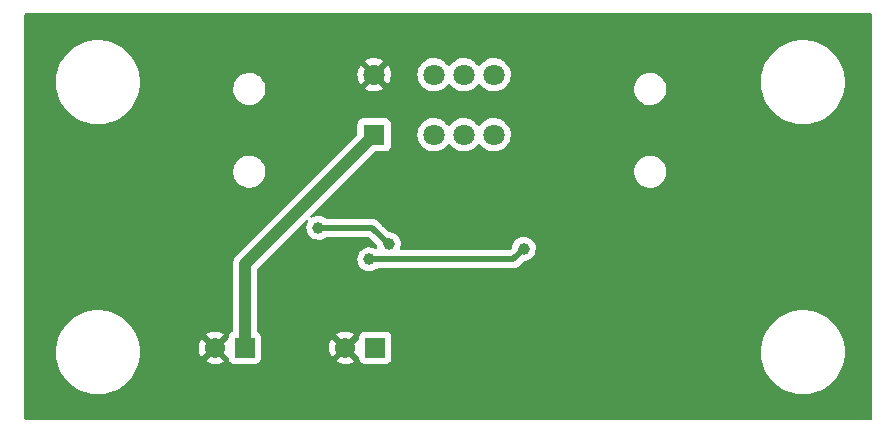
<source format=gbl>
G04 #@! TF.GenerationSoftware,KiCad,Pcbnew,6.0.4-6f826c9f35~116~ubuntu20.04.1*
G04 #@! TF.CreationDate,2022-04-06T08:04:33-04:00*
G04 #@! TF.ProjectId,audiomute,61756469-6f6d-4757-9465-2e6b69636164,rev?*
G04 #@! TF.SameCoordinates,Original*
G04 #@! TF.FileFunction,Copper,L2,Bot*
G04 #@! TF.FilePolarity,Positive*
%FSLAX46Y46*%
G04 Gerber Fmt 4.6, Leading zero omitted, Abs format (unit mm)*
G04 Created by KiCad (PCBNEW 6.0.4-6f826c9f35~116~ubuntu20.04.1) date 2022-04-06 08:04:33*
%MOMM*%
%LPD*%
G01*
G04 APERTURE LIST*
G04 #@! TA.AperFunction,ComponentPad*
%ADD10R,1.714500X1.714500*%
G04 #@! TD*
G04 #@! TA.AperFunction,ComponentPad*
%ADD11C,1.714500*%
G04 #@! TD*
G04 #@! TA.AperFunction,ComponentPad*
%ADD12R,1.800000X1.800000*%
G04 #@! TD*
G04 #@! TA.AperFunction,ComponentPad*
%ADD13C,1.800000*%
G04 #@! TD*
G04 #@! TA.AperFunction,ViaPad*
%ADD14C,1.000000*%
G04 #@! TD*
G04 #@! TA.AperFunction,Conductor*
%ADD15C,1.000000*%
G04 #@! TD*
G04 #@! TA.AperFunction,Conductor*
%ADD16C,0.500000*%
G04 #@! TD*
G04 APERTURE END LIST*
D10*
X100965000Y-101219000D03*
D11*
X98425000Y-101219000D03*
D12*
X100865000Y-83185000D03*
D13*
X105945000Y-83185000D03*
X108485000Y-83185000D03*
X111025000Y-83185000D03*
X111025000Y-78105000D03*
X108485000Y-78105000D03*
X105945000Y-78105000D03*
X100865000Y-78105000D03*
D10*
X89911000Y-101219000D03*
D11*
X87371000Y-101219000D03*
D14*
X101854000Y-90551000D03*
X107188000Y-74168000D03*
X119761000Y-75311000D03*
X114554000Y-85471000D03*
X112776000Y-80518000D03*
X120396000Y-105664000D03*
X73406000Y-89662000D03*
X114427000Y-95504000D03*
X82423000Y-82677000D03*
X121539000Y-91567000D03*
X131064000Y-78740000D03*
X85725000Y-75565000D03*
X131445000Y-97409000D03*
X140081000Y-88900000D03*
X96139000Y-91059000D03*
X102108000Y-92456000D03*
X100457000Y-93726000D03*
X113538000Y-92837000D03*
D15*
X89911000Y-101219000D02*
X89911000Y-94139000D01*
X89911000Y-94139000D02*
X90183500Y-93866500D01*
X90183500Y-93866500D02*
X100865000Y-83185000D01*
D16*
X100711000Y-91059000D02*
X102108000Y-92456000D01*
X96139000Y-91059000D02*
X100711000Y-91059000D01*
X112649000Y-93726000D02*
X113538000Y-92837000D01*
X100457000Y-93726000D02*
X112649000Y-93726000D01*
G04 #@! TA.AperFunction,Conductor*
G36*
X142943621Y-72918502D02*
G01*
X142990114Y-72972158D01*
X143001500Y-73024500D01*
X143001500Y-107188500D01*
X142981498Y-107256621D01*
X142927842Y-107303114D01*
X142875500Y-107314500D01*
X71373500Y-107314500D01*
X71305379Y-107294498D01*
X71258886Y-107240842D01*
X71247500Y-107188500D01*
X71247500Y-101600000D01*
X73908619Y-101600000D01*
X73928129Y-101972266D01*
X73928642Y-101975506D01*
X73928643Y-101975514D01*
X73945542Y-102082206D01*
X73986444Y-102340453D01*
X74082925Y-102700527D01*
X74216517Y-103048544D01*
X74218009Y-103051472D01*
X74218012Y-103051479D01*
X74364210Y-103338407D01*
X74385754Y-103380690D01*
X74588782Y-103693327D01*
X74823378Y-103983029D01*
X75086971Y-104246622D01*
X75376673Y-104481218D01*
X75689309Y-104684246D01*
X75692243Y-104685741D01*
X75692250Y-104685745D01*
X76018521Y-104851988D01*
X76018528Y-104851991D01*
X76021456Y-104853483D01*
X76024528Y-104854662D01*
X76024532Y-104854664D01*
X76150679Y-104903087D01*
X76369473Y-104987075D01*
X76729547Y-105083556D01*
X76925209Y-105114546D01*
X77094486Y-105141357D01*
X77094494Y-105141358D01*
X77097734Y-105141871D01*
X77470000Y-105161381D01*
X77842266Y-105141871D01*
X77845506Y-105141358D01*
X77845514Y-105141357D01*
X78014791Y-105114546D01*
X78210453Y-105083556D01*
X78570527Y-104987075D01*
X78789321Y-104903087D01*
X78915468Y-104854664D01*
X78915472Y-104854662D01*
X78918544Y-104853483D01*
X78921472Y-104851991D01*
X78921479Y-104851988D01*
X79247750Y-104685745D01*
X79247757Y-104685741D01*
X79250691Y-104684246D01*
X79563327Y-104481218D01*
X79853029Y-104246622D01*
X80116622Y-103983029D01*
X80351218Y-103693327D01*
X80554246Y-103380690D01*
X80575791Y-103338407D01*
X80721988Y-103051479D01*
X80721991Y-103051472D01*
X80723483Y-103048544D01*
X80857075Y-102700527D01*
X80951225Y-102349153D01*
X86605677Y-102349153D01*
X86610958Y-102356208D01*
X86774615Y-102451842D01*
X86783898Y-102456289D01*
X86983971Y-102532689D01*
X86993869Y-102535565D01*
X87203734Y-102578262D01*
X87213962Y-102579481D01*
X87427980Y-102587330D01*
X87438266Y-102586863D01*
X87650696Y-102559650D01*
X87660774Y-102557508D01*
X87865902Y-102495966D01*
X87875500Y-102492205D01*
X88067824Y-102397986D01*
X88076669Y-102392713D01*
X88125445Y-102357921D01*
X88133845Y-102347222D01*
X88126858Y-102334068D01*
X87383812Y-101591022D01*
X87369868Y-101583408D01*
X87368035Y-101583539D01*
X87361420Y-101587790D01*
X86612437Y-102336773D01*
X86605677Y-102349153D01*
X80951225Y-102349153D01*
X80953556Y-102340453D01*
X80994458Y-102082206D01*
X81011357Y-101975514D01*
X81011358Y-101975506D01*
X81011871Y-101972266D01*
X81031381Y-101600000D01*
X81011871Y-101227734D01*
X81010958Y-101221965D01*
X81006004Y-101190686D01*
X86001777Y-101190686D01*
X86014105Y-101404488D01*
X86015541Y-101414709D01*
X86062623Y-101623622D01*
X86065702Y-101633451D01*
X86146277Y-101831883D01*
X86150920Y-101841074D01*
X86232188Y-101973692D01*
X86242644Y-101983152D01*
X86251422Y-101979368D01*
X86998978Y-101231812D01*
X87005356Y-101220132D01*
X87735408Y-101220132D01*
X87735539Y-101221965D01*
X87739790Y-101228580D01*
X88499481Y-101988271D01*
X88497884Y-101989868D01*
X88529837Y-102021820D01*
X88545250Y-102082206D01*
X88545250Y-102124384D01*
X88552005Y-102186566D01*
X88603135Y-102322955D01*
X88690489Y-102439511D01*
X88807045Y-102526865D01*
X88943434Y-102577995D01*
X89005616Y-102584750D01*
X90816384Y-102584750D01*
X90878566Y-102577995D01*
X91014955Y-102526865D01*
X91131511Y-102439511D01*
X91199231Y-102349153D01*
X97659677Y-102349153D01*
X97664958Y-102356208D01*
X97828615Y-102451842D01*
X97837898Y-102456289D01*
X98037971Y-102532689D01*
X98047869Y-102535565D01*
X98257734Y-102578262D01*
X98267962Y-102579481D01*
X98481980Y-102587330D01*
X98492266Y-102586863D01*
X98704696Y-102559650D01*
X98714774Y-102557508D01*
X98919902Y-102495966D01*
X98929500Y-102492205D01*
X99121824Y-102397986D01*
X99130669Y-102392713D01*
X99179445Y-102357921D01*
X99187845Y-102347222D01*
X99180858Y-102334068D01*
X98437812Y-101591022D01*
X98423868Y-101583408D01*
X98422035Y-101583539D01*
X98415420Y-101587790D01*
X97666437Y-102336773D01*
X97659677Y-102349153D01*
X91199231Y-102349153D01*
X91218865Y-102322955D01*
X91269995Y-102186566D01*
X91276750Y-102124384D01*
X91276750Y-101190686D01*
X97055777Y-101190686D01*
X97068105Y-101404488D01*
X97069541Y-101414709D01*
X97116623Y-101623622D01*
X97119702Y-101633451D01*
X97200277Y-101831883D01*
X97204920Y-101841074D01*
X97286188Y-101973692D01*
X97296644Y-101983152D01*
X97305422Y-101979368D01*
X98052978Y-101231812D01*
X98059356Y-101220132D01*
X98789408Y-101220132D01*
X98789539Y-101221965D01*
X98793790Y-101228580D01*
X99553481Y-101988271D01*
X99551884Y-101989868D01*
X99583837Y-102021820D01*
X99599250Y-102082206D01*
X99599250Y-102124384D01*
X99606005Y-102186566D01*
X99657135Y-102322955D01*
X99744489Y-102439511D01*
X99861045Y-102526865D01*
X99997434Y-102577995D01*
X100059616Y-102584750D01*
X101870384Y-102584750D01*
X101932566Y-102577995D01*
X102068955Y-102526865D01*
X102185511Y-102439511D01*
X102272865Y-102322955D01*
X102323995Y-102186566D01*
X102330750Y-102124384D01*
X102330750Y-101600000D01*
X133598619Y-101600000D01*
X133618129Y-101972266D01*
X133618642Y-101975506D01*
X133618643Y-101975514D01*
X133635542Y-102082206D01*
X133676444Y-102340453D01*
X133772925Y-102700527D01*
X133906517Y-103048544D01*
X133908009Y-103051472D01*
X133908012Y-103051479D01*
X134054210Y-103338407D01*
X134075754Y-103380690D01*
X134278782Y-103693327D01*
X134513378Y-103983029D01*
X134776971Y-104246622D01*
X135066673Y-104481218D01*
X135379309Y-104684246D01*
X135382243Y-104685741D01*
X135382250Y-104685745D01*
X135708521Y-104851988D01*
X135708528Y-104851991D01*
X135711456Y-104853483D01*
X135714528Y-104854662D01*
X135714532Y-104854664D01*
X135840679Y-104903087D01*
X136059473Y-104987075D01*
X136419547Y-105083556D01*
X136615209Y-105114546D01*
X136784486Y-105141357D01*
X136784494Y-105141358D01*
X136787734Y-105141871D01*
X137160000Y-105161381D01*
X137532266Y-105141871D01*
X137535506Y-105141358D01*
X137535514Y-105141357D01*
X137704791Y-105114546D01*
X137900453Y-105083556D01*
X138260527Y-104987075D01*
X138479321Y-104903087D01*
X138605468Y-104854664D01*
X138605472Y-104854662D01*
X138608544Y-104853483D01*
X138611472Y-104851991D01*
X138611479Y-104851988D01*
X138937750Y-104685745D01*
X138937757Y-104685741D01*
X138940691Y-104684246D01*
X139253327Y-104481218D01*
X139543029Y-104246622D01*
X139806622Y-103983029D01*
X140041218Y-103693327D01*
X140244246Y-103380690D01*
X140265791Y-103338407D01*
X140411988Y-103051479D01*
X140411991Y-103051472D01*
X140413483Y-103048544D01*
X140547075Y-102700527D01*
X140643556Y-102340453D01*
X140684458Y-102082206D01*
X140701357Y-101975514D01*
X140701358Y-101975506D01*
X140701871Y-101972266D01*
X140721381Y-101600000D01*
X140701871Y-101227734D01*
X140700958Y-101221965D01*
X140644072Y-100862808D01*
X140643556Y-100859547D01*
X140547075Y-100499473D01*
X140413483Y-100151456D01*
X140394931Y-100115045D01*
X140245745Y-99822251D01*
X140245741Y-99822244D01*
X140244246Y-99819310D01*
X140229631Y-99796804D01*
X140043020Y-99509448D01*
X140041218Y-99506673D01*
X139806622Y-99216971D01*
X139543029Y-98953378D01*
X139253327Y-98718782D01*
X138940691Y-98515754D01*
X138937757Y-98514259D01*
X138937750Y-98514255D01*
X138611479Y-98348012D01*
X138611472Y-98348009D01*
X138608544Y-98346517D01*
X138605472Y-98345338D01*
X138605468Y-98345336D01*
X138479321Y-98296913D01*
X138260527Y-98212925D01*
X137900453Y-98116444D01*
X137704791Y-98085454D01*
X137535514Y-98058643D01*
X137535506Y-98058642D01*
X137532266Y-98058129D01*
X137160000Y-98038619D01*
X136787734Y-98058129D01*
X136784494Y-98058642D01*
X136784486Y-98058643D01*
X136615209Y-98085454D01*
X136419547Y-98116444D01*
X136059473Y-98212925D01*
X135840679Y-98296913D01*
X135714532Y-98345336D01*
X135714528Y-98345338D01*
X135711456Y-98346517D01*
X135708528Y-98348009D01*
X135708521Y-98348012D01*
X135382251Y-98514255D01*
X135382244Y-98514259D01*
X135379310Y-98515754D01*
X135066673Y-98718782D01*
X134776971Y-98953378D01*
X134513378Y-99216971D01*
X134278782Y-99506673D01*
X134276980Y-99509448D01*
X134090370Y-99796804D01*
X134075754Y-99819310D01*
X134074259Y-99822244D01*
X134074255Y-99822251D01*
X133925069Y-100115045D01*
X133906517Y-100151456D01*
X133772925Y-100499473D01*
X133676444Y-100859547D01*
X133675928Y-100862808D01*
X133619043Y-101221965D01*
X133618129Y-101227734D01*
X133598619Y-101600000D01*
X102330750Y-101600000D01*
X102330750Y-100313616D01*
X102323995Y-100251434D01*
X102272865Y-100115045D01*
X102185511Y-99998489D01*
X102068955Y-99911135D01*
X101932566Y-99860005D01*
X101870384Y-99853250D01*
X100059616Y-99853250D01*
X99997434Y-99860005D01*
X99861045Y-99911135D01*
X99744489Y-99998489D01*
X99657135Y-100115045D01*
X99606005Y-100251434D01*
X99599250Y-100313616D01*
X99599250Y-100353579D01*
X99579248Y-100421700D01*
X99553826Y-100443795D01*
X99556676Y-100446846D01*
X99551943Y-100451267D01*
X98797022Y-101206188D01*
X98789408Y-101220132D01*
X98059356Y-101220132D01*
X98060592Y-101217868D01*
X98060461Y-101216035D01*
X98056210Y-101209420D01*
X97309632Y-100462842D01*
X97298096Y-100456542D01*
X97285813Y-100466166D01*
X97236773Y-100538056D01*
X97231674Y-100547032D01*
X97141508Y-100741275D01*
X97137949Y-100750950D01*
X97080718Y-100957318D01*
X97078787Y-100967438D01*
X97056029Y-101180397D01*
X97055777Y-101190686D01*
X91276750Y-101190686D01*
X91276750Y-100313616D01*
X91269995Y-100251434D01*
X91218865Y-100115045D01*
X91200280Y-100090247D01*
X97661043Y-100090247D01*
X97667788Y-100102578D01*
X98412188Y-100846978D01*
X98426132Y-100854592D01*
X98427965Y-100854461D01*
X98434580Y-100850210D01*
X99183552Y-100101238D01*
X99190572Y-100088382D01*
X99183572Y-100078774D01*
X99178587Y-100075462D01*
X98991089Y-99971957D01*
X98981692Y-99967734D01*
X98779818Y-99896247D01*
X98769847Y-99893613D01*
X98559011Y-99856058D01*
X98548758Y-99855088D01*
X98334609Y-99852471D01*
X98324324Y-99853191D01*
X98112635Y-99885584D01*
X98102607Y-99887973D01*
X97899045Y-99954507D01*
X97889548Y-99958499D01*
X97699584Y-100057387D01*
X97690859Y-100062882D01*
X97669496Y-100078922D01*
X97661043Y-100090247D01*
X91200280Y-100090247D01*
X91131511Y-99998489D01*
X91014955Y-99911135D01*
X91001272Y-99906006D01*
X90944507Y-99863365D01*
X90919806Y-99796804D01*
X90919500Y-99788023D01*
X90919500Y-94608925D01*
X90939502Y-94540804D01*
X90956405Y-94519830D01*
X95059111Y-90417124D01*
X95121423Y-90383098D01*
X95192238Y-90388163D01*
X95249074Y-90430710D01*
X95273885Y-90497230D01*
X95258621Y-90566919D01*
X95207567Y-90659787D01*
X95147765Y-90848306D01*
X95125719Y-91044851D01*
X95142268Y-91241934D01*
X95143967Y-91247858D01*
X95192534Y-91417231D01*
X95196783Y-91432050D01*
X95287187Y-91607956D01*
X95410035Y-91762953D01*
X95560650Y-91891136D01*
X95733294Y-91987624D01*
X95921392Y-92048740D01*
X96117777Y-92072158D01*
X96123912Y-92071686D01*
X96123914Y-92071686D01*
X96308830Y-92057457D01*
X96308834Y-92057456D01*
X96314972Y-92056984D01*
X96505463Y-92003798D01*
X96510967Y-92001018D01*
X96510969Y-92001017D01*
X96676495Y-91917404D01*
X96676497Y-91917403D01*
X96681996Y-91914625D01*
X96772121Y-91844211D01*
X96838116Y-91818033D01*
X96849695Y-91817500D01*
X100344629Y-91817500D01*
X100412750Y-91837502D01*
X100433724Y-91854405D01*
X101068856Y-92489537D01*
X101102882Y-92551849D01*
X101105319Y-92568089D01*
X101110208Y-92626306D01*
X101111268Y-92638934D01*
X101128521Y-92699102D01*
X101128071Y-92770095D01*
X101089309Y-92829577D01*
X101024543Y-92858660D01*
X100954334Y-92848110D01*
X100947473Y-92844667D01*
X100870568Y-92803085D01*
X100849701Y-92791802D01*
X100660768Y-92733318D01*
X100654643Y-92732674D01*
X100654642Y-92732674D01*
X100470204Y-92713289D01*
X100470202Y-92713289D01*
X100464075Y-92712645D01*
X100381576Y-92720153D01*
X100273251Y-92730011D01*
X100273248Y-92730012D01*
X100267112Y-92730570D01*
X100261206Y-92732308D01*
X100261202Y-92732309D01*
X100156076Y-92763249D01*
X100077381Y-92786410D01*
X100071923Y-92789263D01*
X100071919Y-92789265D01*
X99987316Y-92833495D01*
X99902110Y-92878040D01*
X99747975Y-93001968D01*
X99620846Y-93153474D01*
X99617879Y-93158872D01*
X99617875Y-93158877D01*
X99568232Y-93249179D01*
X99525567Y-93326787D01*
X99523706Y-93332654D01*
X99523705Y-93332656D01*
X99505117Y-93391252D01*
X99465765Y-93515306D01*
X99443719Y-93711851D01*
X99447472Y-93756546D01*
X99454450Y-93839642D01*
X99460268Y-93908934D01*
X99470562Y-93944834D01*
X99512890Y-94092447D01*
X99514783Y-94099050D01*
X99517602Y-94104535D01*
X99594624Y-94254402D01*
X99605187Y-94274956D01*
X99728035Y-94429953D01*
X99732728Y-94433947D01*
X99732729Y-94433948D01*
X99796357Y-94488099D01*
X99878650Y-94558136D01*
X100051294Y-94654624D01*
X100239392Y-94715740D01*
X100435777Y-94739158D01*
X100441912Y-94738686D01*
X100441914Y-94738686D01*
X100626830Y-94724457D01*
X100626834Y-94724456D01*
X100632972Y-94723984D01*
X100823463Y-94670798D01*
X100828967Y-94668018D01*
X100828969Y-94668017D01*
X100994495Y-94584404D01*
X100994497Y-94584403D01*
X100999996Y-94581625D01*
X101090121Y-94511211D01*
X101156116Y-94485033D01*
X101167695Y-94484500D01*
X112581930Y-94484500D01*
X112600880Y-94485933D01*
X112615115Y-94488099D01*
X112615119Y-94488099D01*
X112622349Y-94489199D01*
X112629641Y-94488606D01*
X112629644Y-94488606D01*
X112675018Y-94484915D01*
X112685233Y-94484500D01*
X112693293Y-94484500D01*
X112706583Y-94482951D01*
X112721507Y-94481211D01*
X112725882Y-94480778D01*
X112791339Y-94475454D01*
X112791342Y-94475453D01*
X112798637Y-94474860D01*
X112805601Y-94472604D01*
X112811560Y-94471413D01*
X112817415Y-94470029D01*
X112824681Y-94469182D01*
X112893327Y-94444265D01*
X112897455Y-94442848D01*
X112959936Y-94422607D01*
X112959938Y-94422606D01*
X112966899Y-94420351D01*
X112973154Y-94416555D01*
X112978628Y-94414049D01*
X112984058Y-94411330D01*
X112990937Y-94408833D01*
X113051976Y-94368814D01*
X113055680Y-94366477D01*
X113118107Y-94328595D01*
X113126484Y-94321197D01*
X113126508Y-94321224D01*
X113129500Y-94318571D01*
X113132733Y-94315868D01*
X113138852Y-94311856D01*
X113192128Y-94255617D01*
X113194506Y-94253175D01*
X113571296Y-93876385D01*
X113633608Y-93842359D01*
X113650723Y-93839851D01*
X113661121Y-93839051D01*
X113707830Y-93835457D01*
X113707834Y-93835456D01*
X113713972Y-93834984D01*
X113904463Y-93781798D01*
X113909967Y-93779018D01*
X113909969Y-93779017D01*
X114075495Y-93695404D01*
X114075497Y-93695403D01*
X114080996Y-93692625D01*
X114236847Y-93570861D01*
X114366078Y-93421145D01*
X114463769Y-93249179D01*
X114526197Y-93061513D01*
X114550985Y-92865295D01*
X114551380Y-92837000D01*
X114532080Y-92640167D01*
X114474916Y-92450831D01*
X114382066Y-92276204D01*
X114311709Y-92189938D01*
X114260960Y-92127713D01*
X114260957Y-92127710D01*
X114257065Y-92122938D01*
X114250724Y-92117692D01*
X114109425Y-92000799D01*
X114109421Y-92000797D01*
X114104675Y-91996870D01*
X113930701Y-91902802D01*
X113741768Y-91844318D01*
X113735643Y-91843674D01*
X113735642Y-91843674D01*
X113551204Y-91824289D01*
X113551202Y-91824289D01*
X113545075Y-91823645D01*
X113462576Y-91831153D01*
X113354251Y-91841011D01*
X113354248Y-91841012D01*
X113348112Y-91841570D01*
X113342206Y-91843308D01*
X113342202Y-91843309D01*
X113237076Y-91874249D01*
X113158381Y-91897410D01*
X113152923Y-91900263D01*
X113152919Y-91900265D01*
X113120136Y-91917404D01*
X112983110Y-91989040D01*
X112828975Y-92112968D01*
X112701846Y-92264474D01*
X112698879Y-92269872D01*
X112698875Y-92269877D01*
X112695397Y-92276204D01*
X112606567Y-92437787D01*
X112604706Y-92443654D01*
X112604705Y-92443656D01*
X112548627Y-92620436D01*
X112546765Y-92626306D01*
X112544685Y-92644854D01*
X112535354Y-92728035D01*
X112507883Y-92793502D01*
X112499234Y-92803085D01*
X112371724Y-92930595D01*
X112309412Y-92964621D01*
X112282629Y-92967500D01*
X103175432Y-92967500D01*
X103107311Y-92947498D01*
X103060818Y-92893842D01*
X103050714Y-92823568D01*
X103055874Y-92801728D01*
X103058201Y-92794732D01*
X103096197Y-92680513D01*
X103120985Y-92484295D01*
X103121380Y-92456000D01*
X103102080Y-92259167D01*
X103044916Y-92069831D01*
X102952066Y-91895204D01*
X102847463Y-91766948D01*
X102830960Y-91746713D01*
X102830957Y-91746710D01*
X102827065Y-91741938D01*
X102822316Y-91738009D01*
X102679425Y-91619799D01*
X102679421Y-91619797D01*
X102674675Y-91615870D01*
X102500701Y-91521802D01*
X102311768Y-91463318D01*
X102305646Y-91462675D01*
X102305643Y-91462674D01*
X102260878Y-91457969D01*
X102217836Y-91453446D01*
X102152180Y-91426433D01*
X102141912Y-91417231D01*
X101294770Y-90570089D01*
X101282384Y-90555677D01*
X101273851Y-90544082D01*
X101273846Y-90544077D01*
X101269508Y-90538182D01*
X101263930Y-90533443D01*
X101263927Y-90533440D01*
X101229232Y-90503965D01*
X101221716Y-90497035D01*
X101216021Y-90491340D01*
X101209870Y-90486474D01*
X101193749Y-90473719D01*
X101190345Y-90470928D01*
X101140297Y-90428409D01*
X101140295Y-90428408D01*
X101134715Y-90423667D01*
X101128199Y-90420339D01*
X101123150Y-90416972D01*
X101118021Y-90413805D01*
X101112284Y-90409266D01*
X101046125Y-90378345D01*
X101042225Y-90376439D01*
X100977192Y-90343231D01*
X100970084Y-90341492D01*
X100964441Y-90339393D01*
X100958678Y-90337476D01*
X100952050Y-90334378D01*
X100880583Y-90319513D01*
X100876299Y-90318543D01*
X100805390Y-90301192D01*
X100799788Y-90300844D01*
X100799785Y-90300844D01*
X100794236Y-90300500D01*
X100794238Y-90300464D01*
X100790245Y-90300225D01*
X100786053Y-90299851D01*
X100778885Y-90298360D01*
X100712675Y-90300151D01*
X100701479Y-90300454D01*
X100698072Y-90300500D01*
X96849712Y-90300500D01*
X96781591Y-90280498D01*
X96769397Y-90271585D01*
X96747706Y-90253641D01*
X96705675Y-90218870D01*
X96531701Y-90124802D01*
X96342768Y-90066318D01*
X96336643Y-90065674D01*
X96336642Y-90065674D01*
X96152204Y-90046289D01*
X96152202Y-90046289D01*
X96146075Y-90045645D01*
X96063576Y-90053153D01*
X95955251Y-90063011D01*
X95955248Y-90063012D01*
X95949112Y-90063570D01*
X95943206Y-90065308D01*
X95943202Y-90065309D01*
X95838076Y-90096249D01*
X95759381Y-90119410D01*
X95753917Y-90122267D01*
X95753911Y-90122269D01*
X95645535Y-90178927D01*
X95575899Y-90192762D01*
X95509838Y-90166752D01*
X95468326Y-90109157D01*
X95464543Y-90038261D01*
X95498064Y-89978171D01*
X99230460Y-86245774D01*
X122878102Y-86245774D01*
X122886751Y-86476158D01*
X122934093Y-86701791D01*
X123018776Y-86916221D01*
X123021543Y-86920780D01*
X123021544Y-86920783D01*
X123086883Y-87028458D01*
X123138377Y-87113317D01*
X123141874Y-87117347D01*
X123284242Y-87281412D01*
X123289477Y-87287445D01*
X123293608Y-87290832D01*
X123463627Y-87430240D01*
X123463633Y-87430244D01*
X123467755Y-87433624D01*
X123472391Y-87436263D01*
X123472394Y-87436265D01*
X123577908Y-87496327D01*
X123668114Y-87547675D01*
X123884825Y-87626337D01*
X123890074Y-87627286D01*
X123890077Y-87627287D01*
X124107608Y-87666623D01*
X124107615Y-87666624D01*
X124111692Y-87667361D01*
X124129414Y-87668197D01*
X124134356Y-87668430D01*
X124134363Y-87668430D01*
X124135844Y-87668500D01*
X124297890Y-87668500D01*
X124364809Y-87662822D01*
X124464409Y-87654371D01*
X124464413Y-87654370D01*
X124469720Y-87653920D01*
X124474875Y-87652582D01*
X124474881Y-87652581D01*
X124687703Y-87597343D01*
X124687707Y-87597342D01*
X124692872Y-87596001D01*
X124697738Y-87593809D01*
X124697741Y-87593808D01*
X124898202Y-87503507D01*
X124903075Y-87501312D01*
X125094319Y-87372559D01*
X125100275Y-87366878D01*
X125257278Y-87217103D01*
X125261135Y-87213424D01*
X125398754Y-87028458D01*
X125402189Y-87021703D01*
X125500822Y-86827704D01*
X125503240Y-86822949D01*
X125539321Y-86706752D01*
X125570024Y-86607871D01*
X125571607Y-86602773D01*
X125572573Y-86595484D01*
X125601198Y-86379511D01*
X125601198Y-86379506D01*
X125601898Y-86374226D01*
X125593249Y-86143842D01*
X125545907Y-85918209D01*
X125496181Y-85792296D01*
X125463185Y-85708744D01*
X125463184Y-85708742D01*
X125461224Y-85703779D01*
X125341623Y-85506683D01*
X125254755Y-85406576D01*
X125194023Y-85336588D01*
X125194021Y-85336586D01*
X125190523Y-85332555D01*
X125148970Y-85298484D01*
X125016373Y-85189760D01*
X125016367Y-85189756D01*
X125012245Y-85186376D01*
X125007609Y-85183737D01*
X125007606Y-85183735D01*
X124816529Y-85074968D01*
X124811886Y-85072325D01*
X124595175Y-84993663D01*
X124589926Y-84992714D01*
X124589923Y-84992713D01*
X124372392Y-84953377D01*
X124372385Y-84953376D01*
X124368308Y-84952639D01*
X124350586Y-84951803D01*
X124345644Y-84951570D01*
X124345637Y-84951570D01*
X124344156Y-84951500D01*
X124182110Y-84951500D01*
X124115191Y-84957178D01*
X124015591Y-84965629D01*
X124015587Y-84965630D01*
X124010280Y-84966080D01*
X124005125Y-84967418D01*
X124005119Y-84967419D01*
X123792297Y-85022657D01*
X123792293Y-85022658D01*
X123787128Y-85023999D01*
X123782262Y-85026191D01*
X123782259Y-85026192D01*
X123678420Y-85072968D01*
X123576925Y-85118688D01*
X123385681Y-85247441D01*
X123218865Y-85406576D01*
X123081246Y-85591542D01*
X122976760Y-85797051D01*
X122975178Y-85802145D01*
X122975177Y-85802148D01*
X122913115Y-86002020D01*
X122908393Y-86017227D01*
X122907692Y-86022516D01*
X122879068Y-86238489D01*
X122878102Y-86245774D01*
X99230460Y-86245774D01*
X100845829Y-84630405D01*
X100908141Y-84596379D01*
X100934924Y-84593500D01*
X101813134Y-84593500D01*
X101875316Y-84586745D01*
X102011705Y-84535615D01*
X102128261Y-84448261D01*
X102215615Y-84331705D01*
X102266745Y-84195316D01*
X102273500Y-84133134D01*
X102273500Y-83150469D01*
X104532095Y-83150469D01*
X104532392Y-83155622D01*
X104532392Y-83155625D01*
X104538067Y-83254041D01*
X104545427Y-83381697D01*
X104546564Y-83386743D01*
X104546565Y-83386749D01*
X104578741Y-83529523D01*
X104596346Y-83607642D01*
X104598288Y-83612424D01*
X104598289Y-83612428D01*
X104673467Y-83797568D01*
X104683484Y-83822237D01*
X104804501Y-84019719D01*
X104956147Y-84194784D01*
X105134349Y-84342730D01*
X105334322Y-84459584D01*
X105550694Y-84542209D01*
X105555760Y-84543240D01*
X105555761Y-84543240D01*
X105608846Y-84554040D01*
X105777656Y-84588385D01*
X105907089Y-84593131D01*
X106003949Y-84596683D01*
X106003953Y-84596683D01*
X106009113Y-84596872D01*
X106014233Y-84596216D01*
X106014235Y-84596216D01*
X106088166Y-84586745D01*
X106238847Y-84567442D01*
X106243795Y-84565957D01*
X106243802Y-84565956D01*
X106455747Y-84502369D01*
X106460690Y-84500886D01*
X106541236Y-84461427D01*
X106664049Y-84401262D01*
X106664052Y-84401260D01*
X106668684Y-84398991D01*
X106857243Y-84264494D01*
X107021303Y-84101005D01*
X107024319Y-84096808D01*
X107024326Y-84096800D01*
X107111960Y-83974844D01*
X107167954Y-83931196D01*
X107238658Y-83924750D01*
X107301622Y-83957553D01*
X107321715Y-83982536D01*
X107341800Y-84015313D01*
X107341804Y-84015318D01*
X107344501Y-84019719D01*
X107496147Y-84194784D01*
X107674349Y-84342730D01*
X107874322Y-84459584D01*
X108090694Y-84542209D01*
X108095760Y-84543240D01*
X108095761Y-84543240D01*
X108148846Y-84554040D01*
X108317656Y-84588385D01*
X108447089Y-84593131D01*
X108543949Y-84596683D01*
X108543953Y-84596683D01*
X108549113Y-84596872D01*
X108554233Y-84596216D01*
X108554235Y-84596216D01*
X108628166Y-84586745D01*
X108778847Y-84567442D01*
X108783795Y-84565957D01*
X108783802Y-84565956D01*
X108995747Y-84502369D01*
X109000690Y-84500886D01*
X109081236Y-84461427D01*
X109204049Y-84401262D01*
X109204052Y-84401260D01*
X109208684Y-84398991D01*
X109397243Y-84264494D01*
X109561303Y-84101005D01*
X109564319Y-84096808D01*
X109564326Y-84096800D01*
X109651960Y-83974844D01*
X109707954Y-83931196D01*
X109778658Y-83924750D01*
X109841622Y-83957553D01*
X109861715Y-83982536D01*
X109881800Y-84015313D01*
X109881804Y-84015318D01*
X109884501Y-84019719D01*
X110036147Y-84194784D01*
X110214349Y-84342730D01*
X110414322Y-84459584D01*
X110630694Y-84542209D01*
X110635760Y-84543240D01*
X110635761Y-84543240D01*
X110688846Y-84554040D01*
X110857656Y-84588385D01*
X110987089Y-84593131D01*
X111083949Y-84596683D01*
X111083953Y-84596683D01*
X111089113Y-84596872D01*
X111094233Y-84596216D01*
X111094235Y-84596216D01*
X111168166Y-84586745D01*
X111318847Y-84567442D01*
X111323795Y-84565957D01*
X111323802Y-84565956D01*
X111535747Y-84502369D01*
X111540690Y-84500886D01*
X111621236Y-84461427D01*
X111744049Y-84401262D01*
X111744052Y-84401260D01*
X111748684Y-84398991D01*
X111937243Y-84264494D01*
X112101303Y-84101005D01*
X112236458Y-83912917D01*
X112283641Y-83817450D01*
X112336784Y-83709922D01*
X112336785Y-83709920D01*
X112339078Y-83705280D01*
X112406408Y-83483671D01*
X112436640Y-83254041D01*
X112438327Y-83185000D01*
X112432032Y-83108434D01*
X112419773Y-82959318D01*
X112419772Y-82959312D01*
X112419349Y-82954167D01*
X112362925Y-82729533D01*
X112360866Y-82724797D01*
X112272630Y-82521868D01*
X112272628Y-82521865D01*
X112270570Y-82517131D01*
X112144764Y-82322665D01*
X111988887Y-82151358D01*
X111984836Y-82148159D01*
X111984832Y-82148155D01*
X111811177Y-82011011D01*
X111811172Y-82011008D01*
X111807123Y-82007810D01*
X111802607Y-82005317D01*
X111802604Y-82005315D01*
X111608879Y-81898373D01*
X111608875Y-81898371D01*
X111604355Y-81895876D01*
X111599486Y-81894152D01*
X111599482Y-81894150D01*
X111390903Y-81820288D01*
X111390899Y-81820287D01*
X111386028Y-81818562D01*
X111380935Y-81817655D01*
X111380932Y-81817654D01*
X111163095Y-81778851D01*
X111163089Y-81778850D01*
X111158006Y-81777945D01*
X111085096Y-81777054D01*
X110931581Y-81775179D01*
X110931579Y-81775179D01*
X110926411Y-81775116D01*
X110697464Y-81810150D01*
X110477314Y-81882106D01*
X110472726Y-81884494D01*
X110472722Y-81884496D01*
X110276461Y-81986663D01*
X110271872Y-81989052D01*
X110267739Y-81992155D01*
X110267736Y-81992157D01*
X110195088Y-82046703D01*
X110086655Y-82128117D01*
X110083083Y-82131855D01*
X109940216Y-82281357D01*
X109926639Y-82295564D01*
X109859306Y-82394271D01*
X109804397Y-82439271D01*
X109733872Y-82447442D01*
X109670125Y-82416188D01*
X109649428Y-82391705D01*
X109607571Y-82327004D01*
X109604764Y-82322665D01*
X109448887Y-82151358D01*
X109444836Y-82148159D01*
X109444832Y-82148155D01*
X109271177Y-82011011D01*
X109271172Y-82011008D01*
X109267123Y-82007810D01*
X109262607Y-82005317D01*
X109262604Y-82005315D01*
X109068879Y-81898373D01*
X109068875Y-81898371D01*
X109064355Y-81895876D01*
X109059486Y-81894152D01*
X109059482Y-81894150D01*
X108850903Y-81820288D01*
X108850899Y-81820287D01*
X108846028Y-81818562D01*
X108840935Y-81817655D01*
X108840932Y-81817654D01*
X108623095Y-81778851D01*
X108623089Y-81778850D01*
X108618006Y-81777945D01*
X108545096Y-81777054D01*
X108391581Y-81775179D01*
X108391579Y-81775179D01*
X108386411Y-81775116D01*
X108157464Y-81810150D01*
X107937314Y-81882106D01*
X107932726Y-81884494D01*
X107932722Y-81884496D01*
X107736461Y-81986663D01*
X107731872Y-81989052D01*
X107727739Y-81992155D01*
X107727736Y-81992157D01*
X107655088Y-82046703D01*
X107546655Y-82128117D01*
X107543083Y-82131855D01*
X107400216Y-82281357D01*
X107386639Y-82295564D01*
X107319306Y-82394271D01*
X107264397Y-82439271D01*
X107193872Y-82447442D01*
X107130125Y-82416188D01*
X107109428Y-82391705D01*
X107067571Y-82327004D01*
X107064764Y-82322665D01*
X106908887Y-82151358D01*
X106904836Y-82148159D01*
X106904832Y-82148155D01*
X106731177Y-82011011D01*
X106731172Y-82011008D01*
X106727123Y-82007810D01*
X106722607Y-82005317D01*
X106722604Y-82005315D01*
X106528879Y-81898373D01*
X106528875Y-81898371D01*
X106524355Y-81895876D01*
X106519486Y-81894152D01*
X106519482Y-81894150D01*
X106310903Y-81820288D01*
X106310899Y-81820287D01*
X106306028Y-81818562D01*
X106300935Y-81817655D01*
X106300932Y-81817654D01*
X106083095Y-81778851D01*
X106083089Y-81778850D01*
X106078006Y-81777945D01*
X106005096Y-81777054D01*
X105851581Y-81775179D01*
X105851579Y-81775179D01*
X105846411Y-81775116D01*
X105617464Y-81810150D01*
X105397314Y-81882106D01*
X105392726Y-81884494D01*
X105392722Y-81884496D01*
X105196461Y-81986663D01*
X105191872Y-81989052D01*
X105187739Y-81992155D01*
X105187736Y-81992157D01*
X105115088Y-82046703D01*
X105006655Y-82128117D01*
X105003083Y-82131855D01*
X104860216Y-82281357D01*
X104846639Y-82295564D01*
X104843730Y-82299829D01*
X104843724Y-82299837D01*
X104828152Y-82322665D01*
X104716119Y-82486899D01*
X104618602Y-82696981D01*
X104556707Y-82920169D01*
X104532095Y-83150469D01*
X102273500Y-83150469D01*
X102273500Y-82236866D01*
X102266745Y-82174684D01*
X102215615Y-82038295D01*
X102128261Y-81921739D01*
X102011705Y-81834385D01*
X101875316Y-81783255D01*
X101813134Y-81776500D01*
X99916866Y-81776500D01*
X99854684Y-81783255D01*
X99718295Y-81834385D01*
X99601739Y-81921739D01*
X99514385Y-82038295D01*
X99463255Y-82174684D01*
X99456500Y-82236866D01*
X99456500Y-83115075D01*
X99436498Y-83183196D01*
X99419595Y-83204170D01*
X89510545Y-93113221D01*
X89510527Y-93113238D01*
X89374587Y-93249179D01*
X89241616Y-93382150D01*
X89231473Y-93391252D01*
X89201975Y-93414968D01*
X89198008Y-93419696D01*
X89169709Y-93453421D01*
X89166528Y-93457069D01*
X89164885Y-93458881D01*
X89162691Y-93461075D01*
X89135358Y-93494349D01*
X89134696Y-93495147D01*
X89074846Y-93566474D01*
X89072278Y-93571144D01*
X89068897Y-93575261D01*
X89037860Y-93633145D01*
X89025023Y-93657086D01*
X89024394Y-93658245D01*
X88982538Y-93734381D01*
X88982535Y-93734389D01*
X88979567Y-93739787D01*
X88977955Y-93744869D01*
X88975438Y-93749563D01*
X88948238Y-93838531D01*
X88947918Y-93839559D01*
X88919765Y-93928306D01*
X88919171Y-93933602D01*
X88917613Y-93938698D01*
X88916990Y-93944834D01*
X88908218Y-94031187D01*
X88908089Y-94032393D01*
X88902500Y-94082227D01*
X88902500Y-94085754D01*
X88902445Y-94086739D01*
X88901998Y-94092419D01*
X88897626Y-94135462D01*
X88898206Y-94141593D01*
X88901941Y-94181109D01*
X88902500Y-94192967D01*
X88902500Y-99788023D01*
X88882498Y-99856144D01*
X88828842Y-99902637D01*
X88820733Y-99906004D01*
X88807045Y-99911135D01*
X88690489Y-99998489D01*
X88603135Y-100115045D01*
X88552005Y-100251434D01*
X88545250Y-100313616D01*
X88545250Y-100353579D01*
X88525248Y-100421700D01*
X88499826Y-100443795D01*
X88502676Y-100446846D01*
X88497943Y-100451267D01*
X87743022Y-101206188D01*
X87735408Y-101220132D01*
X87005356Y-101220132D01*
X87006592Y-101217868D01*
X87006461Y-101216035D01*
X87002210Y-101209420D01*
X86255632Y-100462842D01*
X86244096Y-100456542D01*
X86231813Y-100466166D01*
X86182773Y-100538056D01*
X86177674Y-100547032D01*
X86087508Y-100741275D01*
X86083949Y-100750950D01*
X86026718Y-100957318D01*
X86024787Y-100967438D01*
X86002029Y-101180397D01*
X86001777Y-101190686D01*
X81006004Y-101190686D01*
X80954072Y-100862808D01*
X80953556Y-100859547D01*
X80857075Y-100499473D01*
X80723483Y-100151456D01*
X80704931Y-100115045D01*
X80692296Y-100090247D01*
X86607043Y-100090247D01*
X86613788Y-100102578D01*
X87358188Y-100846978D01*
X87372132Y-100854592D01*
X87373965Y-100854461D01*
X87380580Y-100850210D01*
X88129552Y-100101238D01*
X88136572Y-100088382D01*
X88129572Y-100078774D01*
X88124587Y-100075462D01*
X87937089Y-99971957D01*
X87927692Y-99967734D01*
X87725818Y-99896247D01*
X87715847Y-99893613D01*
X87505011Y-99856058D01*
X87494758Y-99855088D01*
X87280609Y-99852471D01*
X87270324Y-99853191D01*
X87058635Y-99885584D01*
X87048607Y-99887973D01*
X86845045Y-99954507D01*
X86835548Y-99958499D01*
X86645584Y-100057387D01*
X86636859Y-100062882D01*
X86615496Y-100078922D01*
X86607043Y-100090247D01*
X80692296Y-100090247D01*
X80555745Y-99822251D01*
X80555741Y-99822244D01*
X80554246Y-99819310D01*
X80539631Y-99796804D01*
X80353020Y-99509448D01*
X80351218Y-99506673D01*
X80116622Y-99216971D01*
X79853029Y-98953378D01*
X79563327Y-98718782D01*
X79250691Y-98515754D01*
X79247757Y-98514259D01*
X79247750Y-98514255D01*
X78921479Y-98348012D01*
X78921472Y-98348009D01*
X78918544Y-98346517D01*
X78915472Y-98345338D01*
X78915468Y-98345336D01*
X78789321Y-98296913D01*
X78570527Y-98212925D01*
X78210453Y-98116444D01*
X78014791Y-98085454D01*
X77845514Y-98058643D01*
X77845506Y-98058642D01*
X77842266Y-98058129D01*
X77470000Y-98038619D01*
X77097734Y-98058129D01*
X77094494Y-98058642D01*
X77094486Y-98058643D01*
X76925209Y-98085454D01*
X76729547Y-98116444D01*
X76369473Y-98212925D01*
X76150679Y-98296913D01*
X76024532Y-98345336D01*
X76024528Y-98345338D01*
X76021456Y-98346517D01*
X76018528Y-98348009D01*
X76018521Y-98348012D01*
X75692251Y-98514255D01*
X75692244Y-98514259D01*
X75689310Y-98515754D01*
X75376673Y-98718782D01*
X75086971Y-98953378D01*
X74823378Y-99216971D01*
X74588782Y-99506673D01*
X74586980Y-99509448D01*
X74400370Y-99796804D01*
X74385754Y-99819310D01*
X74384259Y-99822244D01*
X74384255Y-99822251D01*
X74235069Y-100115045D01*
X74216517Y-100151456D01*
X74082925Y-100499473D01*
X73986444Y-100859547D01*
X73985928Y-100862808D01*
X73929043Y-101221965D01*
X73928129Y-101227734D01*
X73908619Y-101600000D01*
X71247500Y-101600000D01*
X71247500Y-86243774D01*
X88935102Y-86243774D01*
X88943751Y-86474158D01*
X88991093Y-86699791D01*
X88993051Y-86704750D01*
X88993052Y-86704752D01*
X89041609Y-86827704D01*
X89075776Y-86914221D01*
X89195377Y-87111317D01*
X89198874Y-87115347D01*
X89285438Y-87215103D01*
X89346477Y-87285445D01*
X89350608Y-87288832D01*
X89520627Y-87428240D01*
X89520633Y-87428244D01*
X89524755Y-87431624D01*
X89529391Y-87434263D01*
X89529394Y-87434265D01*
X89532908Y-87436265D01*
X89725114Y-87545675D01*
X89941825Y-87624337D01*
X89947074Y-87625286D01*
X89947077Y-87625287D01*
X90164608Y-87664623D01*
X90164615Y-87664624D01*
X90168692Y-87665361D01*
X90186414Y-87666197D01*
X90191356Y-87666430D01*
X90191363Y-87666430D01*
X90192844Y-87666500D01*
X90354890Y-87666500D01*
X90421809Y-87660822D01*
X90521409Y-87652371D01*
X90521413Y-87652370D01*
X90526720Y-87651920D01*
X90531875Y-87650582D01*
X90531881Y-87650581D01*
X90744703Y-87595343D01*
X90744707Y-87595342D01*
X90749872Y-87594001D01*
X90754738Y-87591809D01*
X90754741Y-87591808D01*
X90955202Y-87501507D01*
X90960075Y-87499312D01*
X91151319Y-87370559D01*
X91318135Y-87211424D01*
X91455754Y-87026458D01*
X91560240Y-86820949D01*
X91595700Y-86706752D01*
X91627024Y-86605871D01*
X91628607Y-86600773D01*
X91629308Y-86595484D01*
X91658198Y-86377511D01*
X91658198Y-86377506D01*
X91658898Y-86372226D01*
X91650249Y-86141842D01*
X91602907Y-85916209D01*
X91518224Y-85701779D01*
X91451331Y-85591542D01*
X91401390Y-85509243D01*
X91398623Y-85504683D01*
X91315467Y-85408854D01*
X91251023Y-85334588D01*
X91251021Y-85334586D01*
X91247523Y-85330555D01*
X91150648Y-85251122D01*
X91073373Y-85187760D01*
X91073367Y-85187756D01*
X91069245Y-85184376D01*
X91064609Y-85181737D01*
X91064606Y-85181735D01*
X90873529Y-85072968D01*
X90868886Y-85070325D01*
X90652175Y-84991663D01*
X90646926Y-84990714D01*
X90646923Y-84990713D01*
X90429392Y-84951377D01*
X90429385Y-84951376D01*
X90425308Y-84950639D01*
X90407586Y-84949803D01*
X90402644Y-84949570D01*
X90402637Y-84949570D01*
X90401156Y-84949500D01*
X90239110Y-84949500D01*
X90172191Y-84955178D01*
X90072591Y-84963629D01*
X90072587Y-84963630D01*
X90067280Y-84964080D01*
X90062125Y-84965418D01*
X90062119Y-84965419D01*
X89849297Y-85020657D01*
X89849293Y-85020658D01*
X89844128Y-85021999D01*
X89839262Y-85024191D01*
X89839259Y-85024192D01*
X89692371Y-85090360D01*
X89633925Y-85116688D01*
X89442681Y-85245441D01*
X89438824Y-85249120D01*
X89438822Y-85249122D01*
X89369464Y-85315287D01*
X89275865Y-85404576D01*
X89138246Y-85589542D01*
X89135830Y-85594293D01*
X89135828Y-85594297D01*
X89086003Y-85692296D01*
X89033760Y-85795051D01*
X89032178Y-85800145D01*
X89032177Y-85800148D01*
X88970115Y-86000020D01*
X88965393Y-86015227D01*
X88964692Y-86020516D01*
X88948347Y-86143842D01*
X88935102Y-86243774D01*
X71247500Y-86243774D01*
X71247500Y-78740000D01*
X73908619Y-78740000D01*
X73928129Y-79112266D01*
X73928642Y-79115506D01*
X73928643Y-79115514D01*
X73952542Y-79266406D01*
X73986444Y-79480453D01*
X74082925Y-79840527D01*
X74216517Y-80188544D01*
X74218009Y-80191472D01*
X74218012Y-80191479D01*
X74376999Y-80503507D01*
X74385754Y-80520690D01*
X74387550Y-80523456D01*
X74387552Y-80523459D01*
X74500067Y-80696718D01*
X74588782Y-80833327D01*
X74823378Y-81123029D01*
X75086971Y-81386622D01*
X75376673Y-81621218D01*
X75379448Y-81623020D01*
X75670078Y-81811757D01*
X75689309Y-81824246D01*
X75692243Y-81825741D01*
X75692250Y-81825745D01*
X76018521Y-81991988D01*
X76018528Y-81991991D01*
X76021456Y-81993483D01*
X76024528Y-81994662D01*
X76024532Y-81994664D01*
X76138195Y-82038295D01*
X76369473Y-82127075D01*
X76729547Y-82223556D01*
X76925209Y-82254546D01*
X77094486Y-82281357D01*
X77094494Y-82281358D01*
X77097734Y-82281871D01*
X77470000Y-82301381D01*
X77842266Y-82281871D01*
X77845506Y-82281358D01*
X77845514Y-82281357D01*
X78014791Y-82254546D01*
X78210453Y-82223556D01*
X78570527Y-82127075D01*
X78801805Y-82038295D01*
X78915468Y-81994664D01*
X78915472Y-81994662D01*
X78918544Y-81993483D01*
X78921472Y-81991991D01*
X78921479Y-81991988D01*
X79247750Y-81825745D01*
X79247757Y-81825741D01*
X79250691Y-81824246D01*
X79269923Y-81811757D01*
X79560552Y-81623020D01*
X79563327Y-81621218D01*
X79853029Y-81386622D01*
X80116622Y-81123029D01*
X80351218Y-80833327D01*
X80439933Y-80696718D01*
X80552448Y-80523459D01*
X80552450Y-80523456D01*
X80554246Y-80520690D01*
X80563002Y-80503507D01*
X80721988Y-80191479D01*
X80721991Y-80191472D01*
X80723483Y-80188544D01*
X80857075Y-79840527D01*
X80953556Y-79480453D01*
X80987458Y-79266406D01*
X80991043Y-79243774D01*
X88935102Y-79243774D01*
X88935302Y-79249103D01*
X88935302Y-79249105D01*
X88935912Y-79265340D01*
X88943751Y-79474158D01*
X88991093Y-79699791D01*
X88993051Y-79704750D01*
X88993052Y-79704752D01*
X89046673Y-79840527D01*
X89075776Y-79914221D01*
X89195377Y-80111317D01*
X89198874Y-80115347D01*
X89285438Y-80215103D01*
X89346477Y-80285445D01*
X89350608Y-80288832D01*
X89520627Y-80428240D01*
X89520633Y-80428244D01*
X89524755Y-80431624D01*
X89529391Y-80434263D01*
X89529394Y-80434265D01*
X89532908Y-80436265D01*
X89725114Y-80545675D01*
X89941825Y-80624337D01*
X89947074Y-80625286D01*
X89947077Y-80625287D01*
X90164608Y-80664623D01*
X90164615Y-80664624D01*
X90168692Y-80665361D01*
X90186414Y-80666197D01*
X90191356Y-80666430D01*
X90191363Y-80666430D01*
X90192844Y-80666500D01*
X90354890Y-80666500D01*
X90421809Y-80660822D01*
X90521409Y-80652371D01*
X90521413Y-80652370D01*
X90526720Y-80651920D01*
X90531875Y-80650582D01*
X90531881Y-80650581D01*
X90744703Y-80595343D01*
X90744707Y-80595342D01*
X90749872Y-80594001D01*
X90754738Y-80591809D01*
X90754741Y-80591808D01*
X90955202Y-80501507D01*
X90960075Y-80499312D01*
X91151319Y-80370559D01*
X91318135Y-80211424D01*
X91455754Y-80026458D01*
X91560240Y-79820949D01*
X91595700Y-79706752D01*
X91627024Y-79605871D01*
X91628607Y-79600773D01*
X91639814Y-79516216D01*
X91658198Y-79377511D01*
X91658198Y-79377506D01*
X91658898Y-79372226D01*
X91656900Y-79318991D01*
X91654926Y-79266406D01*
X100068423Y-79266406D01*
X100073704Y-79273461D01*
X100250080Y-79376527D01*
X100259363Y-79380974D01*
X100466003Y-79459883D01*
X100475901Y-79462759D01*
X100692653Y-79506857D01*
X100702883Y-79508076D01*
X100923914Y-79516182D01*
X100934223Y-79515714D01*
X101153623Y-79487608D01*
X101163688Y-79485468D01*
X101375557Y-79421905D01*
X101385152Y-79418144D01*
X101583778Y-79320838D01*
X101592636Y-79315559D01*
X101650097Y-79274572D01*
X101658497Y-79263874D01*
X101651510Y-79250721D01*
X100877811Y-78477021D01*
X100863868Y-78469408D01*
X100862034Y-78469539D01*
X100855420Y-78473790D01*
X100075180Y-79254031D01*
X100068423Y-79266406D01*
X91654926Y-79266406D01*
X91650449Y-79147173D01*
X91650249Y-79141842D01*
X91602907Y-78916209D01*
X91596601Y-78900242D01*
X91520185Y-78706744D01*
X91520184Y-78706742D01*
X91518224Y-78701779D01*
X91468686Y-78620142D01*
X91401390Y-78509243D01*
X91398623Y-78504683D01*
X91315467Y-78408854D01*
X91251023Y-78334588D01*
X91251021Y-78334586D01*
X91247523Y-78330555D01*
X91150648Y-78251122D01*
X91073373Y-78187760D01*
X91073367Y-78187756D01*
X91069245Y-78184376D01*
X91064609Y-78181737D01*
X91064606Y-78181735D01*
X90878220Y-78075638D01*
X99452893Y-78075638D01*
X99465627Y-78296468D01*
X99467061Y-78306670D01*
X99515685Y-78522439D01*
X99518773Y-78532292D01*
X99601986Y-78737220D01*
X99606634Y-78746421D01*
X99695097Y-78890781D01*
X99705553Y-78900242D01*
X99714331Y-78896458D01*
X100492979Y-78117811D01*
X100499356Y-78106132D01*
X101229408Y-78106132D01*
X101229539Y-78107966D01*
X101233790Y-78114580D01*
X102011307Y-78892096D01*
X102023313Y-78898652D01*
X102035052Y-78889684D01*
X102073010Y-78836859D01*
X102078321Y-78828020D01*
X102176318Y-78629737D01*
X102180117Y-78620142D01*
X102244415Y-78408517D01*
X102246594Y-78398436D01*
X102275702Y-78177338D01*
X102276221Y-78170663D01*
X102277744Y-78108364D01*
X102277550Y-78101646D01*
X102274987Y-78070469D01*
X104532095Y-78070469D01*
X104532392Y-78075622D01*
X104532392Y-78075625D01*
X104545129Y-78296529D01*
X104545427Y-78301697D01*
X104546564Y-78306743D01*
X104546565Y-78306749D01*
X104578741Y-78449523D01*
X104596346Y-78527642D01*
X104598288Y-78532424D01*
X104598289Y-78532428D01*
X104667868Y-78703779D01*
X104683484Y-78742237D01*
X104804501Y-78939719D01*
X104956147Y-79114784D01*
X105134349Y-79262730D01*
X105334322Y-79379584D01*
X105550694Y-79462209D01*
X105555760Y-79463240D01*
X105555761Y-79463240D01*
X105583222Y-79468827D01*
X105777656Y-79508385D01*
X105908324Y-79513176D01*
X106003949Y-79516683D01*
X106003953Y-79516683D01*
X106009113Y-79516872D01*
X106014233Y-79516216D01*
X106014235Y-79516216D01*
X106087291Y-79506857D01*
X106238847Y-79487442D01*
X106243795Y-79485957D01*
X106243802Y-79485956D01*
X106455747Y-79422369D01*
X106460690Y-79420886D01*
X106542161Y-79380974D01*
X106664049Y-79321262D01*
X106664052Y-79321260D01*
X106668684Y-79318991D01*
X106857243Y-79184494D01*
X107021303Y-79021005D01*
X107024319Y-79016808D01*
X107024326Y-79016800D01*
X107111960Y-78894844D01*
X107167954Y-78851196D01*
X107238658Y-78844750D01*
X107301622Y-78877553D01*
X107321715Y-78902536D01*
X107341800Y-78935313D01*
X107341804Y-78935318D01*
X107344501Y-78939719D01*
X107496147Y-79114784D01*
X107674349Y-79262730D01*
X107874322Y-79379584D01*
X108090694Y-79462209D01*
X108095760Y-79463240D01*
X108095761Y-79463240D01*
X108123222Y-79468827D01*
X108317656Y-79508385D01*
X108448324Y-79513176D01*
X108543949Y-79516683D01*
X108543953Y-79516683D01*
X108549113Y-79516872D01*
X108554233Y-79516216D01*
X108554235Y-79516216D01*
X108627291Y-79506857D01*
X108778847Y-79487442D01*
X108783795Y-79485957D01*
X108783802Y-79485956D01*
X108995747Y-79422369D01*
X109000690Y-79420886D01*
X109082161Y-79380974D01*
X109204049Y-79321262D01*
X109204052Y-79321260D01*
X109208684Y-79318991D01*
X109397243Y-79184494D01*
X109561303Y-79021005D01*
X109564319Y-79016808D01*
X109564326Y-79016800D01*
X109651960Y-78894844D01*
X109707954Y-78851196D01*
X109778658Y-78844750D01*
X109841622Y-78877553D01*
X109861715Y-78902536D01*
X109881800Y-78935313D01*
X109881804Y-78935318D01*
X109884501Y-78939719D01*
X110036147Y-79114784D01*
X110214349Y-79262730D01*
X110414322Y-79379584D01*
X110630694Y-79462209D01*
X110635760Y-79463240D01*
X110635761Y-79463240D01*
X110663222Y-79468827D01*
X110857656Y-79508385D01*
X110988324Y-79513176D01*
X111083949Y-79516683D01*
X111083953Y-79516683D01*
X111089113Y-79516872D01*
X111094233Y-79516216D01*
X111094235Y-79516216D01*
X111167291Y-79506857D01*
X111318847Y-79487442D01*
X111323795Y-79485957D01*
X111323802Y-79485956D01*
X111535747Y-79422369D01*
X111540690Y-79420886D01*
X111622161Y-79380974D01*
X111744049Y-79321262D01*
X111744052Y-79321260D01*
X111748684Y-79318991D01*
X111851331Y-79245774D01*
X122878102Y-79245774D01*
X122878302Y-79251103D01*
X122878302Y-79251105D01*
X122879141Y-79273461D01*
X122886751Y-79476158D01*
X122934093Y-79701791D01*
X122936051Y-79706750D01*
X122936052Y-79706752D01*
X122990102Y-79843613D01*
X123018776Y-79916221D01*
X123021543Y-79920780D01*
X123021544Y-79920783D01*
X123086883Y-80028458D01*
X123138377Y-80113317D01*
X123141874Y-80117347D01*
X123284242Y-80281412D01*
X123289477Y-80287445D01*
X123293608Y-80290832D01*
X123463627Y-80430240D01*
X123463633Y-80430244D01*
X123467755Y-80433624D01*
X123472391Y-80436263D01*
X123472394Y-80436265D01*
X123620708Y-80520690D01*
X123668114Y-80547675D01*
X123884825Y-80626337D01*
X123890074Y-80627286D01*
X123890077Y-80627287D01*
X124107608Y-80666623D01*
X124107615Y-80666624D01*
X124111692Y-80667361D01*
X124129414Y-80668197D01*
X124134356Y-80668430D01*
X124134363Y-80668430D01*
X124135844Y-80668500D01*
X124297890Y-80668500D01*
X124364809Y-80662822D01*
X124464409Y-80654371D01*
X124464413Y-80654370D01*
X124469720Y-80653920D01*
X124474875Y-80652582D01*
X124474881Y-80652581D01*
X124687703Y-80597343D01*
X124687707Y-80597342D01*
X124692872Y-80596001D01*
X124697738Y-80593809D01*
X124697741Y-80593808D01*
X124898202Y-80503507D01*
X124903075Y-80501312D01*
X125094319Y-80372559D01*
X125100275Y-80366878D01*
X125189865Y-80281412D01*
X125261135Y-80213424D01*
X125398754Y-80028458D01*
X125402189Y-80021703D01*
X125500822Y-79827704D01*
X125503240Y-79822949D01*
X125539321Y-79706752D01*
X125570024Y-79607871D01*
X125571607Y-79602773D01*
X125584158Y-79508076D01*
X125601198Y-79379511D01*
X125601198Y-79379506D01*
X125601898Y-79374226D01*
X125593249Y-79143842D01*
X125545907Y-78918209D01*
X125543158Y-78911248D01*
X125475529Y-78740000D01*
X133598619Y-78740000D01*
X133618129Y-79112266D01*
X133618642Y-79115506D01*
X133618643Y-79115514D01*
X133642542Y-79266406D01*
X133676444Y-79480453D01*
X133772925Y-79840527D01*
X133906517Y-80188544D01*
X133908009Y-80191472D01*
X133908012Y-80191479D01*
X134066999Y-80503507D01*
X134075754Y-80520690D01*
X134077550Y-80523456D01*
X134077552Y-80523459D01*
X134190067Y-80696718D01*
X134278782Y-80833327D01*
X134513378Y-81123029D01*
X134776971Y-81386622D01*
X135066673Y-81621218D01*
X135069448Y-81623020D01*
X135360078Y-81811757D01*
X135379309Y-81824246D01*
X135382243Y-81825741D01*
X135382250Y-81825745D01*
X135708521Y-81991988D01*
X135708528Y-81991991D01*
X135711456Y-81993483D01*
X135714528Y-81994662D01*
X135714532Y-81994664D01*
X135828195Y-82038295D01*
X136059473Y-82127075D01*
X136419547Y-82223556D01*
X136615209Y-82254546D01*
X136784486Y-82281357D01*
X136784494Y-82281358D01*
X136787734Y-82281871D01*
X137160000Y-82301381D01*
X137532266Y-82281871D01*
X137535506Y-82281358D01*
X137535514Y-82281357D01*
X137704791Y-82254546D01*
X137900453Y-82223556D01*
X138260527Y-82127075D01*
X138491805Y-82038295D01*
X138605468Y-81994664D01*
X138605472Y-81994662D01*
X138608544Y-81993483D01*
X138611472Y-81991991D01*
X138611479Y-81991988D01*
X138937750Y-81825745D01*
X138937757Y-81825741D01*
X138940691Y-81824246D01*
X138959923Y-81811757D01*
X139250552Y-81623020D01*
X139253327Y-81621218D01*
X139543029Y-81386622D01*
X139806622Y-81123029D01*
X140041218Y-80833327D01*
X140129933Y-80696718D01*
X140242448Y-80523459D01*
X140242450Y-80523456D01*
X140244246Y-80520690D01*
X140253002Y-80503507D01*
X140411988Y-80191479D01*
X140411991Y-80191472D01*
X140413483Y-80188544D01*
X140547075Y-79840527D01*
X140643556Y-79480453D01*
X140677458Y-79266406D01*
X140701357Y-79115514D01*
X140701358Y-79115506D01*
X140701871Y-79112266D01*
X140721381Y-78740000D01*
X140701871Y-78367734D01*
X140696622Y-78334588D01*
X140671193Y-78174041D01*
X140643556Y-77999547D01*
X140547075Y-77639473D01*
X140456156Y-77402623D01*
X140414664Y-77294532D01*
X140414662Y-77294528D01*
X140413483Y-77291456D01*
X140411988Y-77288521D01*
X140245745Y-76962251D01*
X140245741Y-76962244D01*
X140244246Y-76959310D01*
X140225869Y-76931011D01*
X140100617Y-76738140D01*
X140041218Y-76646673D01*
X139806622Y-76356971D01*
X139543029Y-76093378D01*
X139253327Y-75858782D01*
X138940691Y-75655754D01*
X138937757Y-75654259D01*
X138937750Y-75654255D01*
X138611479Y-75488012D01*
X138611472Y-75488009D01*
X138608544Y-75486517D01*
X138605472Y-75485338D01*
X138605468Y-75485336D01*
X138479321Y-75436913D01*
X138260527Y-75352925D01*
X137900453Y-75256444D01*
X137704791Y-75225454D01*
X137535514Y-75198643D01*
X137535506Y-75198642D01*
X137532266Y-75198129D01*
X137160000Y-75178619D01*
X136787734Y-75198129D01*
X136784494Y-75198642D01*
X136784486Y-75198643D01*
X136615209Y-75225454D01*
X136419547Y-75256444D01*
X136059473Y-75352925D01*
X135840679Y-75436913D01*
X135714532Y-75485336D01*
X135714528Y-75485338D01*
X135711456Y-75486517D01*
X135708528Y-75488009D01*
X135708521Y-75488012D01*
X135382251Y-75654255D01*
X135382244Y-75654259D01*
X135379310Y-75655754D01*
X135066673Y-75858782D01*
X134776971Y-76093378D01*
X134513378Y-76356971D01*
X134278782Y-76646673D01*
X134219383Y-76738140D01*
X134094132Y-76931011D01*
X134075754Y-76959310D01*
X134074259Y-76962244D01*
X134074255Y-76962251D01*
X133908012Y-77288521D01*
X133906517Y-77291456D01*
X133905338Y-77294528D01*
X133905336Y-77294532D01*
X133863844Y-77402623D01*
X133772925Y-77639473D01*
X133676444Y-77999547D01*
X133648807Y-78174041D01*
X133623379Y-78334588D01*
X133618129Y-78367734D01*
X133598619Y-78740000D01*
X125475529Y-78740000D01*
X125463185Y-78708744D01*
X125463184Y-78708742D01*
X125461224Y-78703779D01*
X125416407Y-78629922D01*
X125344390Y-78511243D01*
X125341623Y-78506683D01*
X125254755Y-78406576D01*
X125194023Y-78336588D01*
X125194021Y-78336586D01*
X125190523Y-78332555D01*
X125146512Y-78296468D01*
X125016373Y-78189760D01*
X125016367Y-78189756D01*
X125012245Y-78186376D01*
X125007609Y-78183737D01*
X125007606Y-78183735D01*
X124816529Y-78074968D01*
X124811886Y-78072325D01*
X124595175Y-77993663D01*
X124589926Y-77992714D01*
X124589923Y-77992713D01*
X124372392Y-77953377D01*
X124372385Y-77953376D01*
X124368308Y-77952639D01*
X124350586Y-77951803D01*
X124345644Y-77951570D01*
X124345637Y-77951570D01*
X124344156Y-77951500D01*
X124182110Y-77951500D01*
X124115191Y-77957178D01*
X124015591Y-77965629D01*
X124015587Y-77965630D01*
X124010280Y-77966080D01*
X124005125Y-77967418D01*
X124005119Y-77967419D01*
X123792297Y-78022657D01*
X123792293Y-78022658D01*
X123787128Y-78023999D01*
X123782262Y-78026191D01*
X123782259Y-78026192D01*
X123678420Y-78072968D01*
X123576925Y-78118688D01*
X123385681Y-78247441D01*
X123218865Y-78406576D01*
X123081246Y-78591542D01*
X123078830Y-78596293D01*
X123078828Y-78596297D01*
X123029003Y-78694296D01*
X122976760Y-78797051D01*
X122975178Y-78802145D01*
X122975177Y-78802148D01*
X122933828Y-78935313D01*
X122908393Y-79017227D01*
X122907692Y-79022516D01*
X122879068Y-79238489D01*
X122878102Y-79245774D01*
X111851331Y-79245774D01*
X111937243Y-79184494D01*
X112101303Y-79021005D01*
X112236458Y-78832917D01*
X112238879Y-78828020D01*
X112336784Y-78629922D01*
X112336785Y-78629920D01*
X112339078Y-78625280D01*
X112406408Y-78403671D01*
X112436640Y-78174041D01*
X112437920Y-78121673D01*
X112438245Y-78108365D01*
X112438245Y-78108361D01*
X112438327Y-78105000D01*
X112429323Y-77995484D01*
X112419773Y-77879318D01*
X112419772Y-77879312D01*
X112419349Y-77874167D01*
X112385797Y-77740592D01*
X112364184Y-77654544D01*
X112364183Y-77654540D01*
X112362925Y-77649533D01*
X112360866Y-77644797D01*
X112272630Y-77441868D01*
X112272628Y-77441865D01*
X112270570Y-77437131D01*
X112144764Y-77242665D01*
X111988887Y-77071358D01*
X111984836Y-77068159D01*
X111984832Y-77068155D01*
X111811177Y-76931011D01*
X111811172Y-76931008D01*
X111807123Y-76927810D01*
X111802607Y-76925317D01*
X111802604Y-76925315D01*
X111608879Y-76818373D01*
X111608875Y-76818371D01*
X111604355Y-76815876D01*
X111599486Y-76814152D01*
X111599482Y-76814150D01*
X111390903Y-76740288D01*
X111390899Y-76740287D01*
X111386028Y-76738562D01*
X111380935Y-76737655D01*
X111380932Y-76737654D01*
X111163095Y-76698851D01*
X111163089Y-76698850D01*
X111158006Y-76697945D01*
X111085096Y-76697054D01*
X110931581Y-76695179D01*
X110931579Y-76695179D01*
X110926411Y-76695116D01*
X110697464Y-76730150D01*
X110477314Y-76802106D01*
X110472726Y-76804494D01*
X110472722Y-76804496D01*
X110276461Y-76906663D01*
X110271872Y-76909052D01*
X110267739Y-76912155D01*
X110267736Y-76912157D01*
X110148619Y-77001593D01*
X110086655Y-77048117D01*
X109926639Y-77215564D01*
X109859306Y-77314271D01*
X109804397Y-77359271D01*
X109733872Y-77367442D01*
X109670125Y-77336188D01*
X109649428Y-77311705D01*
X109607571Y-77247004D01*
X109604764Y-77242665D01*
X109448887Y-77071358D01*
X109444836Y-77068159D01*
X109444832Y-77068155D01*
X109271177Y-76931011D01*
X109271172Y-76931008D01*
X109267123Y-76927810D01*
X109262607Y-76925317D01*
X109262604Y-76925315D01*
X109068879Y-76818373D01*
X109068875Y-76818371D01*
X109064355Y-76815876D01*
X109059486Y-76814152D01*
X109059482Y-76814150D01*
X108850903Y-76740288D01*
X108850899Y-76740287D01*
X108846028Y-76738562D01*
X108840935Y-76737655D01*
X108840932Y-76737654D01*
X108623095Y-76698851D01*
X108623089Y-76698850D01*
X108618006Y-76697945D01*
X108545096Y-76697054D01*
X108391581Y-76695179D01*
X108391579Y-76695179D01*
X108386411Y-76695116D01*
X108157464Y-76730150D01*
X107937314Y-76802106D01*
X107932726Y-76804494D01*
X107932722Y-76804496D01*
X107736461Y-76906663D01*
X107731872Y-76909052D01*
X107727739Y-76912155D01*
X107727736Y-76912157D01*
X107608619Y-77001593D01*
X107546655Y-77048117D01*
X107386639Y-77215564D01*
X107319306Y-77314271D01*
X107264397Y-77359271D01*
X107193872Y-77367442D01*
X107130125Y-77336188D01*
X107109428Y-77311705D01*
X107067571Y-77247004D01*
X107064764Y-77242665D01*
X106908887Y-77071358D01*
X106904836Y-77068159D01*
X106904832Y-77068155D01*
X106731177Y-76931011D01*
X106731172Y-76931008D01*
X106727123Y-76927810D01*
X106722607Y-76925317D01*
X106722604Y-76925315D01*
X106528879Y-76818373D01*
X106528875Y-76818371D01*
X106524355Y-76815876D01*
X106519486Y-76814152D01*
X106519482Y-76814150D01*
X106310903Y-76740288D01*
X106310899Y-76740287D01*
X106306028Y-76738562D01*
X106300935Y-76737655D01*
X106300932Y-76737654D01*
X106083095Y-76698851D01*
X106083089Y-76698850D01*
X106078006Y-76697945D01*
X106005096Y-76697054D01*
X105851581Y-76695179D01*
X105851579Y-76695179D01*
X105846411Y-76695116D01*
X105617464Y-76730150D01*
X105397314Y-76802106D01*
X105392726Y-76804494D01*
X105392722Y-76804496D01*
X105196461Y-76906663D01*
X105191872Y-76909052D01*
X105187739Y-76912155D01*
X105187736Y-76912157D01*
X105068619Y-77001593D01*
X105006655Y-77048117D01*
X104846639Y-77215564D01*
X104843730Y-77219829D01*
X104843724Y-77219837D01*
X104828152Y-77242665D01*
X104716119Y-77406899D01*
X104618602Y-77616981D01*
X104556707Y-77840169D01*
X104532095Y-78070469D01*
X102274987Y-78070469D01*
X102259279Y-77879400D01*
X102257596Y-77869238D01*
X102203710Y-77654708D01*
X102200389Y-77644953D01*
X102112193Y-77442118D01*
X102107315Y-77433020D01*
X102034224Y-77320038D01*
X102023538Y-77310835D01*
X102013973Y-77315238D01*
X101237021Y-78092189D01*
X101229408Y-78106132D01*
X100499356Y-78106132D01*
X100500592Y-78103868D01*
X100500461Y-78102034D01*
X100496210Y-78095420D01*
X99718862Y-77318073D01*
X99707330Y-77311776D01*
X99695048Y-77321399D01*
X99639467Y-77402877D01*
X99634379Y-77411833D01*
X99541252Y-77612459D01*
X99537689Y-77622146D01*
X99478581Y-77835280D01*
X99476650Y-77845400D01*
X99453145Y-78065349D01*
X99452893Y-78075638D01*
X90878220Y-78075638D01*
X90873529Y-78072968D01*
X90868886Y-78070325D01*
X90652175Y-77991663D01*
X90646926Y-77990714D01*
X90646923Y-77990713D01*
X90429392Y-77951377D01*
X90429385Y-77951376D01*
X90425308Y-77950639D01*
X90407586Y-77949803D01*
X90402644Y-77949570D01*
X90402637Y-77949570D01*
X90401156Y-77949500D01*
X90239110Y-77949500D01*
X90172191Y-77955178D01*
X90072591Y-77963629D01*
X90072587Y-77963630D01*
X90067280Y-77964080D01*
X90062125Y-77965418D01*
X90062119Y-77965419D01*
X89849297Y-78020657D01*
X89849293Y-78020658D01*
X89844128Y-78021999D01*
X89839262Y-78024191D01*
X89839259Y-78024192D01*
X89725082Y-78075625D01*
X89633925Y-78116688D01*
X89442681Y-78245441D01*
X89438824Y-78249120D01*
X89438822Y-78249122D01*
X89389191Y-78296468D01*
X89275865Y-78404576D01*
X89138246Y-78589542D01*
X89135830Y-78594293D01*
X89135828Y-78594297D01*
X89122688Y-78620142D01*
X89033760Y-78795051D01*
X89032178Y-78800145D01*
X89032177Y-78800148D01*
X88988839Y-78939719D01*
X88965393Y-79015227D01*
X88964692Y-79020516D01*
X88942959Y-79184494D01*
X88935102Y-79243774D01*
X80991043Y-79243774D01*
X81011357Y-79115514D01*
X81011358Y-79115506D01*
X81011871Y-79112266D01*
X81031381Y-78740000D01*
X81011871Y-78367734D01*
X81006622Y-78334588D01*
X80981193Y-78174041D01*
X80953556Y-77999547D01*
X80857075Y-77639473D01*
X80766156Y-77402623D01*
X80724664Y-77294532D01*
X80724662Y-77294528D01*
X80723483Y-77291456D01*
X80721988Y-77288521D01*
X80555745Y-76962251D01*
X80555741Y-76962244D01*
X80554246Y-76959310D01*
X80545415Y-76945711D01*
X100070508Y-76945711D01*
X100077251Y-76958040D01*
X100852189Y-77732979D01*
X100866132Y-77740592D01*
X100867966Y-77740461D01*
X100874580Y-77736210D01*
X101653994Y-76956795D01*
X101661011Y-76943944D01*
X101653237Y-76933274D01*
X101650902Y-76931430D01*
X101642320Y-76925729D01*
X101448678Y-76818833D01*
X101439272Y-76814606D01*
X101230772Y-76740772D01*
X101220809Y-76738140D01*
X101003047Y-76699350D01*
X100992796Y-76698381D01*
X100771616Y-76695679D01*
X100761332Y-76696399D01*
X100542693Y-76729855D01*
X100532666Y-76732244D01*
X100322426Y-76800961D01*
X100312916Y-76804958D01*
X100116725Y-76907089D01*
X100108007Y-76912578D01*
X100078961Y-76934386D01*
X100070508Y-76945711D01*
X80545415Y-76945711D01*
X80535869Y-76931011D01*
X80410617Y-76738140D01*
X80351218Y-76646673D01*
X80116622Y-76356971D01*
X79853029Y-76093378D01*
X79563327Y-75858782D01*
X79250691Y-75655754D01*
X79247757Y-75654259D01*
X79247750Y-75654255D01*
X78921479Y-75488012D01*
X78921472Y-75488009D01*
X78918544Y-75486517D01*
X78915472Y-75485338D01*
X78915468Y-75485336D01*
X78789321Y-75436913D01*
X78570527Y-75352925D01*
X78210453Y-75256444D01*
X78014791Y-75225454D01*
X77845514Y-75198643D01*
X77845506Y-75198642D01*
X77842266Y-75198129D01*
X77470000Y-75178619D01*
X77097734Y-75198129D01*
X77094494Y-75198642D01*
X77094486Y-75198643D01*
X76925209Y-75225454D01*
X76729547Y-75256444D01*
X76369473Y-75352925D01*
X76150679Y-75436913D01*
X76024532Y-75485336D01*
X76024528Y-75485338D01*
X76021456Y-75486517D01*
X76018528Y-75488009D01*
X76018521Y-75488012D01*
X75692251Y-75654255D01*
X75692244Y-75654259D01*
X75689310Y-75655754D01*
X75376673Y-75858782D01*
X75086971Y-76093378D01*
X74823378Y-76356971D01*
X74588782Y-76646673D01*
X74529383Y-76738140D01*
X74404132Y-76931011D01*
X74385754Y-76959310D01*
X74384259Y-76962244D01*
X74384255Y-76962251D01*
X74218012Y-77288521D01*
X74216517Y-77291456D01*
X74215338Y-77294528D01*
X74215336Y-77294532D01*
X74173844Y-77402623D01*
X74082925Y-77639473D01*
X73986444Y-77999547D01*
X73958807Y-78174041D01*
X73933379Y-78334588D01*
X73928129Y-78367734D01*
X73908619Y-78740000D01*
X71247500Y-78740000D01*
X71247500Y-73024500D01*
X71267502Y-72956379D01*
X71321158Y-72909886D01*
X71373500Y-72898500D01*
X142875500Y-72898500D01*
X142943621Y-72918502D01*
G37*
G04 #@! TD.AperFunction*
M02*

</source>
